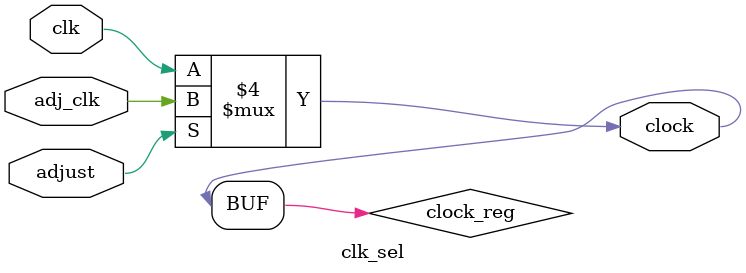
<source format=v>
`timescale 1ns / 1ps

module clk_sel(
	input clk, adj_clk,
	input wire adjust,
	output clock
    );

reg clock_reg;

always @* begin
	if (adjust == 0) 
		clock_reg = clk;
	else //if it's in adjust mode
	    clock_reg = adj_clk;

end

assign clock = clock_reg;

endmodule
</source>
